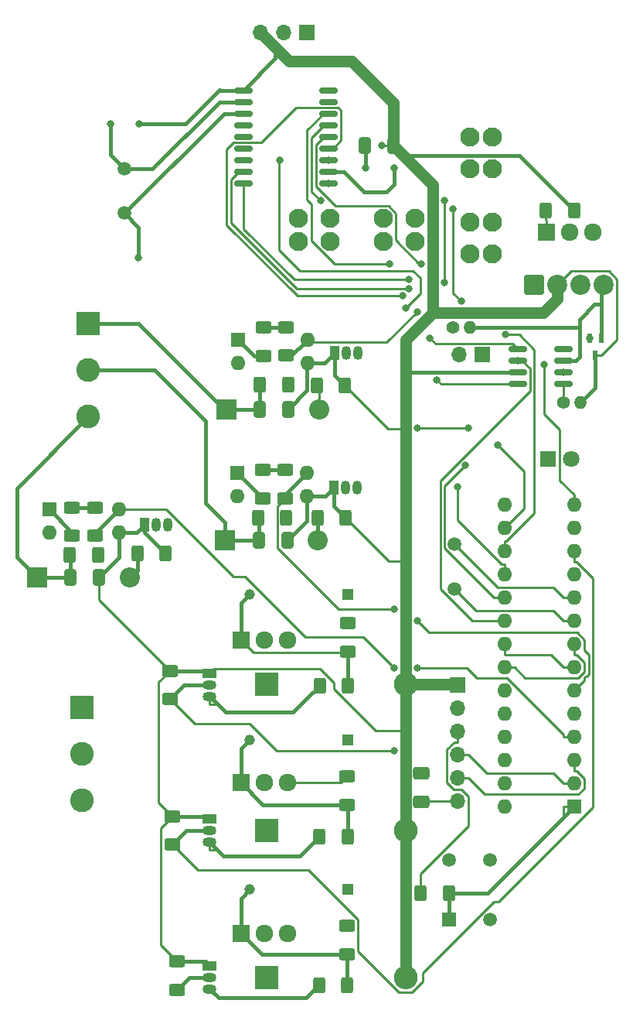
<source format=gbr>
%TF.GenerationSoftware,KiCad,Pcbnew,9.0.0*%
%TF.CreationDate,2025-03-14T13:06:40-07:00*%
%TF.ProjectId,AMS - CANBus - Dinger,414d5320-2d20-4434-914e-427573202d20,rev?*%
%TF.SameCoordinates,Original*%
%TF.FileFunction,Copper,L2,Bot*%
%TF.FilePolarity,Positive*%
%FSLAX46Y46*%
G04 Gerber Fmt 4.6, Leading zero omitted, Abs format (unit mm)*
G04 Created by KiCad (PCBNEW 9.0.0) date 2025-03-14 13:06:40*
%MOMM*%
%LPD*%
G01*
G04 APERTURE LIST*
G04 Aperture macros list*
%AMRoundRect*
0 Rectangle with rounded corners*
0 $1 Rounding radius*
0 $2 $3 $4 $5 $6 $7 $8 $9 X,Y pos of 4 corners*
0 Add a 4 corners polygon primitive as box body*
4,1,4,$2,$3,$4,$5,$6,$7,$8,$9,$2,$3,0*
0 Add four circle primitives for the rounded corners*
1,1,$1+$1,$2,$3*
1,1,$1+$1,$4,$5*
1,1,$1+$1,$6,$7*
1,1,$1+$1,$8,$9*
0 Add four rect primitives between the rounded corners*
20,1,$1+$1,$2,$3,$4,$5,0*
20,1,$1+$1,$4,$5,$6,$7,0*
20,1,$1+$1,$6,$7,$8,$9,0*
20,1,$1+$1,$8,$9,$2,$3,0*%
G04 Aperture macros list end*
%TA.AperFunction,SMDPad,CuDef*%
%ADD10RoundRect,0.250000X0.650000X-0.412500X0.650000X0.412500X-0.650000X0.412500X-0.650000X-0.412500X0*%
%TD*%
%TA.AperFunction,ComponentPad*%
%ADD11O,1.050000X1.500000*%
%TD*%
%TA.AperFunction,ComponentPad*%
%ADD12R,1.050000X1.500000*%
%TD*%
%TA.AperFunction,SMDPad,CuDef*%
%ADD13RoundRect,0.250000X-0.400000X-0.625000X0.400000X-0.625000X0.400000X0.625000X-0.400000X0.625000X0*%
%TD*%
%TA.AperFunction,SMDPad,CuDef*%
%ADD14RoundRect,0.250000X-0.625000X0.400000X-0.625000X-0.400000X0.625000X-0.400000X0.625000X0.400000X0*%
%TD*%
%TA.AperFunction,ComponentPad*%
%ADD15O,1.600000X1.600000*%
%TD*%
%TA.AperFunction,ComponentPad*%
%ADD16R,1.600000X1.600000*%
%TD*%
%TA.AperFunction,SMDPad,CuDef*%
%ADD17RoundRect,0.250000X0.625000X-0.400000X0.625000X0.400000X-0.625000X0.400000X-0.625000X-0.400000X0*%
%TD*%
%TA.AperFunction,SMDPad,CuDef*%
%ADD18RoundRect,0.250000X0.400000X0.625000X-0.400000X0.625000X-0.400000X-0.625000X0.400000X-0.625000X0*%
%TD*%
%TA.AperFunction,ComponentPad*%
%ADD19O,2.600000X2.600000*%
%TD*%
%TA.AperFunction,ComponentPad*%
%ADD20R,2.600000X2.600000*%
%TD*%
%TA.AperFunction,ComponentPad*%
%ADD21C,1.920000*%
%TD*%
%TA.AperFunction,ComponentPad*%
%ADD22R,1.920000X1.920000*%
%TD*%
%TA.AperFunction,ComponentPad*%
%ADD23O,1.500000X1.050000*%
%TD*%
%TA.AperFunction,ComponentPad*%
%ADD24R,1.500000X1.050000*%
%TD*%
%TA.AperFunction,ComponentPad*%
%ADD25C,1.150000*%
%TD*%
%TA.AperFunction,ComponentPad*%
%ADD26R,1.150000X1.150000*%
%TD*%
%TA.AperFunction,ComponentPad*%
%ADD27C,2.600000*%
%TD*%
%TA.AperFunction,ComponentPad*%
%ADD28C,1.800000*%
%TD*%
%TA.AperFunction,ComponentPad*%
%ADD29R,1.800000X1.800000*%
%TD*%
%TA.AperFunction,ComponentPad*%
%ADD30O,1.700000X1.700000*%
%TD*%
%TA.AperFunction,ComponentPad*%
%ADD31R,1.700000X1.700000*%
%TD*%
%TA.AperFunction,ComponentPad*%
%ADD32R,1.500000X1.500000*%
%TD*%
%TA.AperFunction,ComponentPad*%
%ADD33C,1.500000*%
%TD*%
%TA.AperFunction,ComponentPad*%
%ADD34C,1.400000*%
%TD*%
%TA.AperFunction,ComponentPad*%
%ADD35O,1.400000X1.400000*%
%TD*%
%TA.AperFunction,ComponentPad*%
%ADD36C,2.100000*%
%TD*%
%TA.AperFunction,ComponentPad*%
%ADD37R,2.200000X2.200000*%
%TD*%
%TA.AperFunction,ComponentPad*%
%ADD38O,2.200000X2.200000*%
%TD*%
%TA.AperFunction,ComponentPad*%
%ADD39RoundRect,0.249999X-0.850001X-0.850001X0.850001X-0.850001X0.850001X0.850001X-0.850001X0.850001X0*%
%TD*%
%TA.AperFunction,ComponentPad*%
%ADD40C,2.200000*%
%TD*%
%TA.AperFunction,SMDPad,CuDef*%
%ADD41RoundRect,0.150000X-0.825000X-0.150000X0.825000X-0.150000X0.825000X0.150000X-0.825000X0.150000X0*%
%TD*%
%TA.AperFunction,SMDPad,CuDef*%
%ADD42RoundRect,0.250000X-0.412500X-0.650000X0.412500X-0.650000X0.412500X0.650000X-0.412500X0.650000X0*%
%TD*%
%TA.AperFunction,SMDPad,CuDef*%
%ADD43R,0.550000X1.000000*%
%TD*%
%TA.AperFunction,SMDPad,CuDef*%
%ADD44RoundRect,0.150000X-0.875000X-0.150000X0.875000X-0.150000X0.875000X0.150000X-0.875000X0.150000X0*%
%TD*%
%TA.AperFunction,ViaPad*%
%ADD45C,0.800000*%
%TD*%
%TA.AperFunction,Conductor*%
%ADD46C,0.250000*%
%TD*%
%TA.AperFunction,Conductor*%
%ADD47C,0.381000*%
%TD*%
%TA.AperFunction,Conductor*%
%ADD48C,1.270000*%
%TD*%
G04 APERTURE END LIST*
D10*
%TO.P,C2,1*%
%TO.N,Net-(J1-Pin_6)*%
X119224200Y-122835600D03*
%TO.P,C2,2*%
%TO.N,/RESET*%
X119224200Y-119710600D03*
%TD*%
D11*
%TO.P,Q2,3,D*%
%TO.N,Net-(Q2-D)*%
X112262600Y-73695900D03*
%TO.P,Q2,2,G*%
%TO.N,Net-(D3-A)*%
X110992600Y-73695900D03*
D12*
%TO.P,Q2,1,S*%
%TO.N,GND*%
X109722600Y-73695900D03*
%TD*%
D13*
%TO.P,R5,2*%
%TO.N,Net-(D3-A)*%
X104614200Y-77194500D03*
%TO.P,R5,1*%
%TO.N,/Input/Input*%
X101514200Y-77194500D03*
%TD*%
D14*
%TO.P,R7,2*%
%TO.N,Net-(R7-Pad2)*%
X101934000Y-74027800D03*
%TO.P,R7,1*%
%TO.N,+5V*%
X101934000Y-70927800D03*
%TD*%
D15*
%TO.P,U3,4*%
%TO.N,Input1*%
X106744000Y-72257800D03*
%TO.P,U3,3*%
%TO.N,GND*%
X106744000Y-74797800D03*
%TO.P,U3,2*%
%TO.N,Net-(Q2-D)*%
X99124000Y-74797800D03*
D16*
%TO.P,U3,1*%
%TO.N,Net-(R7-Pad2)*%
X99124000Y-72257800D03*
%TD*%
D14*
%TO.P,R8,2*%
%TO.N,Input1*%
X104342100Y-74011800D03*
%TO.P,R8,1*%
%TO.N,+5V*%
X104342100Y-70911800D03*
%TD*%
%TO.P,R21,2*%
%TO.N,Net-(Q8-Pad1)*%
X111098300Y-123154900D03*
%TO.P,R21,1*%
%TO.N,+VSW*%
X111098300Y-120054900D03*
%TD*%
D17*
%TO.P,R20,2*%
%TO.N,GND*%
X91944200Y-124419200D03*
%TO.P,R20,1*%
%TO.N,Output2*%
X91944200Y-127519200D03*
%TD*%
D18*
%TO.P,R22,2*%
%TO.N,Net-(Q7-D)*%
X108028500Y-126620800D03*
%TO.P,R22,1*%
%TO.N,Net-(Q8-Pad1)*%
X111128500Y-126620800D03*
%TD*%
D14*
%TO.P,R24,2*%
%TO.N,Net-(Q10-Pad1)*%
X111065100Y-139473400D03*
%TO.P,R24,1*%
%TO.N,+VSW*%
X111065100Y-136373400D03*
%TD*%
%TO.P,R10,2*%
%TO.N,Net-(Q4-Pad1)*%
X111120800Y-106373800D03*
%TO.P,R10,1*%
%TO.N,+VSW*%
X111120800Y-103273800D03*
%TD*%
D17*
%TO.P,R9,2*%
%TO.N,GND*%
X91639700Y-108483200D03*
%TO.P,R9,1*%
%TO.N,Output1*%
X91639700Y-111583200D03*
%TD*%
D19*
%TO.P,D7,2,A*%
%TO.N,GND*%
X117478700Y-125940800D03*
D20*
%TO.P,D7,1,K*%
%TO.N,/Output1/Output*%
X102238700Y-125940800D03*
%TD*%
D21*
%TO.P,Q10,3*%
%TO.N,+VSW*%
X104526400Y-137192300D03*
%TO.P,Q10,2*%
%TO.N,/Output2/Output*%
X101986400Y-137192300D03*
D22*
%TO.P,Q10,1*%
%TO.N,Net-(Q10-Pad1)*%
X99446400Y-137192300D03*
%TD*%
D23*
%TO.P,Q3,3,D*%
%TO.N,Net-(Q3-D)*%
X96016800Y-111296400D03*
%TO.P,Q3,2,G*%
%TO.N,Output1*%
X96016800Y-110026400D03*
D24*
%TO.P,Q3,1,S*%
%TO.N,GND*%
X96016800Y-108756400D03*
%TD*%
D25*
%TO.P,Z3,2*%
%TO.N,Net-(Q4-Pad1)*%
X100413000Y-100109900D03*
D26*
%TO.P,Z3,1*%
%TO.N,+VSW*%
X111113000Y-100109900D03*
%TD*%
D23*
%TO.P,Q7,3,D*%
%TO.N,Net-(Q7-D)*%
X96016800Y-127270500D03*
%TO.P,Q7,2,G*%
%TO.N,Output2*%
X96016800Y-126000500D03*
D24*
%TO.P,Q7,1,S*%
%TO.N,GND*%
X96016800Y-124730500D03*
%TD*%
D21*
%TO.P,Q4,3*%
%TO.N,+VSW*%
X104526400Y-105159300D03*
%TO.P,Q4,2*%
%TO.N,/Output/Output*%
X101986400Y-105159300D03*
D22*
%TO.P,Q4,1*%
%TO.N,Net-(Q4-Pad1)*%
X99446400Y-105159300D03*
%TD*%
D19*
%TO.P,D4,2,A*%
%TO.N,GND*%
X117478700Y-109921600D03*
D20*
%TO.P,D4,1,K*%
%TO.N,/Output/Output*%
X102238700Y-109921600D03*
%TD*%
D25*
%TO.P,Z5,2*%
%TO.N,Net-(Q10-Pad1)*%
X100413000Y-132438900D03*
D26*
%TO.P,Z5,1*%
%TO.N,+VSW*%
X111113000Y-132438900D03*
%TD*%
D21*
%TO.P,Q8,3*%
%TO.N,+VSW*%
X104526400Y-120739500D03*
%TO.P,Q8,2*%
%TO.N,/Output1/Output*%
X101986400Y-120739500D03*
D22*
%TO.P,Q8,1*%
%TO.N,Net-(Q8-Pad1)*%
X99446400Y-120739500D03*
%TD*%
D23*
%TO.P,Q9,3,D*%
%TO.N,Net-(Q9-D)*%
X96016800Y-143281700D03*
%TO.P,Q9,2,G*%
%TO.N,Output3*%
X96016800Y-142011700D03*
D24*
%TO.P,Q9,1,S*%
%TO.N,GND*%
X96016800Y-140741700D03*
%TD*%
D25*
%TO.P,Z4,2*%
%TO.N,Net-(Q8-Pad1)*%
X100413000Y-116028100D03*
D26*
%TO.P,Z4,1*%
%TO.N,+VSW*%
X111113000Y-116028100D03*
%TD*%
D17*
%TO.P,R23,2*%
%TO.N,GND*%
X92449500Y-140278200D03*
%TO.P,R23,1*%
%TO.N,Output3*%
X92449500Y-143378200D03*
%TD*%
D19*
%TO.P,D8,2,A*%
%TO.N,GND*%
X117478700Y-142011500D03*
D20*
%TO.P,D8,1,K*%
%TO.N,/Output2/Output*%
X102238700Y-142011500D03*
%TD*%
D18*
%TO.P,R11,2*%
%TO.N,Net-(Q3-D)*%
X108068400Y-110112000D03*
%TO.P,R11,1*%
%TO.N,Net-(Q4-Pad1)*%
X111168400Y-110112000D03*
%TD*%
%TO.P,R25,2*%
%TO.N,Net-(Q9-D)*%
X107980100Y-142894000D03*
%TO.P,R25,1*%
%TO.N,Net-(Q10-Pad1)*%
X111080100Y-142894000D03*
%TD*%
D27*
%TO.P,Z1,3,Pin_3*%
%TO.N,/Output2/Output*%
X82028100Y-122675400D03*
%TO.P,Z1,2,Pin_2*%
%TO.N,/Output1/Output*%
X82028100Y-117595400D03*
D20*
%TO.P,Z1,1,Pin_1*%
%TO.N,/Output/Output*%
X82028100Y-112515400D03*
%TD*%
D28*
%TO.P,D1,2,A*%
%TO.N,LED*%
X135616800Y-85343700D03*
D29*
%TO.P,D1,1,K*%
%TO.N,Net-(D1-K)*%
X133076800Y-85343700D03*
%TD*%
D15*
%TO.P,U2,28,PC5*%
%TO.N,unconnected-(U2-PC5-Pad28)*%
X128302100Y-123377100D03*
%TO.P,U2,27,PC4*%
%TO.N,unconnected-(U2-PC4-Pad27)*%
X128302100Y-120837100D03*
%TO.P,U2,26,PC3*%
%TO.N,unconnected-(U2-PC3-Pad26)*%
X128302100Y-118297100D03*
%TO.P,U2,25,PC2*%
%TO.N,unconnected-(U2-PC2-Pad25)*%
X128302100Y-115757100D03*
%TO.P,U2,24,PC1*%
%TO.N,unconnected-(U2-PC1-Pad24)*%
X128302100Y-113217100D03*
%TO.P,U2,23,PC0*%
%TO.N,unconnected-(U2-PC0-Pad23)*%
X128302100Y-110677100D03*
%TO.P,U2,22,GND*%
%TO.N,GND*%
X128302100Y-108137100D03*
%TO.P,U2,21,AREF*%
%TO.N,+5V*%
X128302100Y-105597100D03*
%TO.P,U2,20,AVCC*%
X128302100Y-103057100D03*
%TO.P,U2,19,PB5*%
%TO.N,SCK*%
X128302100Y-100517100D03*
%TO.P,U2,18,PB4*%
%TO.N,MISO*%
X128302100Y-97977100D03*
%TO.P,U2,17,PB3*%
%TO.N,MOSI*%
X128302100Y-95437100D03*
%TO.P,U2,16,PB2*%
%TO.N,D10*%
X128302100Y-92897100D03*
%TO.P,U2,15,PB1*%
%TO.N,Output3*%
X128302100Y-90357100D03*
%TO.P,U2,14,PB0*%
%TO.N,D8*%
X135922100Y-90357100D03*
%TO.P,U2,13,PD7*%
%TO.N,LED*%
X135922100Y-92897100D03*
%TO.P,U2,12,PD6*%
%TO.N,Output2*%
X135922100Y-95437100D03*
%TO.P,U2,11,PD5*%
%TO.N,Output1*%
X135922100Y-97977100D03*
%TO.P,U2,10,XTAL2/PB7*%
%TO.N,Net-(U2-XTAL2{slash}PB7)*%
X135922100Y-100517100D03*
%TO.P,U2,9,XTAL1/PB6*%
%TO.N,Net-(U2-XTAL1{slash}PB6)*%
X135922100Y-103057100D03*
%TO.P,U2,8,GND*%
%TO.N,GND*%
X135922100Y-105597100D03*
%TO.P,U2,7,VCC*%
%TO.N,+5V*%
X135922100Y-108137100D03*
%TO.P,U2,6,PD4*%
%TO.N,Input2*%
X135922100Y-110677100D03*
%TO.P,U2,5,PD3*%
%TO.N,Input1*%
X135922100Y-113217100D03*
%TO.P,U2,4,PD2*%
%TO.N,Input3*%
X135922100Y-115757100D03*
%TO.P,U2,3,PD1*%
%TO.N,TXttl*%
X135922100Y-118297100D03*
%TO.P,U2,2,PD0*%
%TO.N,RXttl*%
X135922100Y-120837100D03*
D16*
%TO.P,U2,1,~{RESET}/PC6*%
%TO.N,Reset*%
X135922100Y-123377100D03*
%TD*%
D30*
%TO.P,J1,6,Pin_6*%
%TO.N,Net-(J1-Pin_6)*%
X123166800Y-122722100D03*
%TO.P,J1,5,Pin_5*%
%TO.N,TXttl*%
X123166800Y-120182100D03*
%TO.P,J1,4,Pin_4*%
%TO.N,RXttl*%
X123166800Y-117642100D03*
%TO.P,J1,3,Pin_3*%
%TO.N,+5V*%
X123166800Y-115102100D03*
%TO.P,J1,2,Pin_2*%
%TO.N,unconnected-(J1-Pin_2-Pad2)*%
X123166800Y-112562100D03*
D31*
%TO.P,J1,1,Pin_1*%
%TO.N,GND*%
X123166800Y-110022100D03*
%TD*%
D13*
%TO.P,R2,1*%
%TO.N,+5V*%
X119127900Y-132792200D03*
%TO.P,R2,2*%
%TO.N,Reset*%
X122227900Y-132792200D03*
%TD*%
D32*
%TO.P,S1,1,NO_1*%
%TO.N,Reset*%
X122260500Y-135705900D03*
D33*
%TO.P,S1,2,NO_2*%
%TO.N,unconnected-(S1-NO_2-Pad2)*%
X122260500Y-129205900D03*
%TO.P,S1,3,COM_1*%
%TO.N,GND*%
X126760500Y-135705900D03*
%TO.P,S1,4,COM_2*%
%TO.N,unconnected-(S1-COM_2-Pad4)*%
X126760500Y-129205900D03*
%TD*%
%TO.P,Y1,2,2*%
%TO.N,Net-(U2-XTAL2{slash}PB7)*%
X122840900Y-94664800D03*
%TO.P,Y1,1,1*%
%TO.N,Net-(U2-XTAL1{slash}PB6)*%
X122840900Y-99544800D03*
%TD*%
D34*
%TO.P,R28,1*%
%TO.N,Net-(J2-Pin_2)*%
X122646400Y-70894900D03*
D35*
%TO.P,R28,2*%
%TO.N,CANBUS_L*%
X124546400Y-70894900D03*
%TD*%
D34*
%TO.P,R27,1*%
%TO.N,Net-(U7-Rs)*%
X134770000Y-79113500D03*
D35*
%TO.P,R27,2*%
%TO.N,GND*%
X136670000Y-79113500D03*
%TD*%
D36*
%TO.P,U8,1,1*%
%TO.N,+VSW*%
X105720100Y-61525300D03*
%TO.P,U8,2,2*%
X109220100Y-61525300D03*
%TO.P,U8,3,3*%
%TO.N,Net-(Q1-Pad3)*%
X115020100Y-61525300D03*
%TO.P,U8,4,4*%
X118520100Y-61525300D03*
%TO.P,U8,5,5*%
X118520100Y-59025300D03*
%TO.P,U8,6,6*%
X115020100Y-59025300D03*
%TO.P,U8,7,7*%
%TO.N,+VSW*%
X109220100Y-59025300D03*
%TO.P,U8,8,8*%
X105720100Y-59025300D03*
%TD*%
D16*
%TO.P,U4,1*%
%TO.N,Net-(R14-Pad2)*%
X99040300Y-86836700D03*
D15*
%TO.P,U4,2*%
%TO.N,Net-(Q5-D)*%
X99040300Y-89376700D03*
%TO.P,U4,3*%
%TO.N,GND*%
X106660300Y-89376700D03*
%TO.P,U4,4*%
%TO.N,Input2*%
X106660300Y-86836700D03*
%TD*%
D36*
%TO.P,U1,1,1*%
%TO.N,+VDC*%
X124481900Y-50115500D03*
%TO.P,U1,2,2*%
X124481900Y-53615500D03*
%TO.P,U1,3,3*%
%TO.N,Net-(Q1-Pad3)*%
X124481900Y-59415500D03*
%TO.P,U1,4,4*%
X124481900Y-62915500D03*
%TO.P,U1,5,5*%
X126981900Y-62915500D03*
%TO.P,U1,6,6*%
X126981900Y-59415500D03*
%TO.P,U1,7,7*%
%TO.N,+VDC*%
X126981900Y-53615500D03*
%TO.P,U1,8,8*%
X126981900Y-50115500D03*
%TD*%
D12*
%TO.P,Q6,1,S*%
%TO.N,GND*%
X88895700Y-92502700D03*
D11*
%TO.P,Q6,2,G*%
%TO.N,Net-(D6-A)*%
X90165700Y-92502700D03*
%TO.P,Q6,3,D*%
%TO.N,Net-(Q6-D)*%
X91435700Y-92502700D03*
%TD*%
D20*
%TO.P,Z2,1,Pin_1*%
%TO.N,/Input/Input*%
X82709700Y-70523000D03*
D27*
%TO.P,Z2,2,Pin_2*%
%TO.N,/Input1/Input*%
X82709700Y-75603000D03*
%TO.P,Z2,3,Pin_3*%
%TO.N,/Input2/Input*%
X82709700Y-80683000D03*
%TD*%
D12*
%TO.P,Q5,1,S*%
%TO.N,GND*%
X109609800Y-88471700D03*
D11*
%TO.P,Q5,2,G*%
%TO.N,Net-(D5-A)*%
X110879800Y-88471700D03*
%TO.P,Q5,3,D*%
%TO.N,Net-(Q5-D)*%
X112149800Y-88471700D03*
%TD*%
D37*
%TO.P,D5,1,K*%
%TO.N,/Input1/Input*%
X97706700Y-94202000D03*
D38*
%TO.P,D5,2,A*%
%TO.N,Net-(D5-A)*%
X107866700Y-94202000D03*
%TD*%
D31*
%TO.P,Powerboard1,1,Pin_1*%
%TO.N,+VDC*%
X106618600Y-38633600D03*
D30*
%TO.P,Powerboard1,2,Pin_2*%
%TO.N,+5V*%
X104078600Y-38633600D03*
%TO.P,Powerboard1,3,Pin_3*%
%TO.N,GND*%
X101538600Y-38633600D03*
%TD*%
D16*
%TO.P,U5,1*%
%TO.N,Net-(R18-Pad2)*%
X78424200Y-90867700D03*
D15*
%TO.P,U5,2*%
%TO.N,Net-(Q6-D)*%
X78424200Y-93407700D03*
%TO.P,U5,3*%
%TO.N,GND*%
X86044200Y-93407700D03*
%TO.P,U5,4*%
%TO.N,Input3*%
X86044200Y-90867700D03*
%TD*%
D33*
%TO.P,Y2,1,1*%
%TO.N,Net-(U6-OSC1)*%
X86660300Y-53551100D03*
%TO.P,Y2,2,2*%
%TO.N,Net-(U6-OSC2)*%
X86660300Y-58431100D03*
%TD*%
D31*
%TO.P,J2,1,Pin_1*%
%TO.N,CANBUS_H*%
X125907100Y-73924000D03*
D30*
%TO.P,J2,2,Pin_2*%
%TO.N,Net-(J2-Pin_2)*%
X123367100Y-73924000D03*
%TD*%
D37*
%TO.P,D3,1,K*%
%TO.N,/Input/Input*%
X97844000Y-79900400D03*
D38*
%TO.P,D3,2,A*%
%TO.N,Net-(D3-A)*%
X108004000Y-79900400D03*
%TD*%
D39*
%TO.P,J3,1,Pin_1*%
%TO.N,Net-(J3-Pin_1)*%
X131552400Y-66242100D03*
D40*
%TO.P,J3,2,Pin_2*%
%TO.N,GND*%
X134092400Y-66242100D03*
%TO.P,J3,3,Pin_3*%
%TO.N,CANBUS_H*%
X136632400Y-66242100D03*
%TO.P,J3,4,Pin_4*%
%TO.N,CANBUS_L*%
X139172400Y-66242100D03*
%TD*%
D22*
%TO.P,Q1,1*%
%TO.N,Net-(Q1-Pad1)*%
X132877100Y-60498400D03*
D21*
%TO.P,Q1,2*%
%TO.N,Net-(J3-Pin_1)*%
X135417100Y-60498400D03*
%TO.P,Q1,3*%
%TO.N,Net-(Q1-Pad3)*%
X137957100Y-60498400D03*
%TD*%
D37*
%TO.P,D6,1,K*%
%TO.N,/Input2/Input*%
X77144200Y-98300100D03*
D38*
%TO.P,D6,2,A*%
%TO.N,Net-(D6-A)*%
X87304200Y-98300100D03*
%TD*%
D13*
%TO.P,R12,1*%
%TO.N,/Input1/Input*%
X101300300Y-91720800D03*
%TO.P,R12,2*%
%TO.N,Net-(D5-A)*%
X104400300Y-91720800D03*
%TD*%
D14*
%TO.P,R15,1*%
%TO.N,+5V*%
X104277500Y-86523600D03*
%TO.P,R15,2*%
%TO.N,Input2*%
X104277500Y-89623600D03*
%TD*%
D41*
%TO.P,U7,1,TXD*%
%TO.N,/CANBUS-MCP2515/TXtoCANTC*%
X129795000Y-77119700D03*
%TO.P,U7,2,VSS*%
%TO.N,GND*%
X129795000Y-75849700D03*
%TO.P,U7,3,VDD*%
%TO.N,+5V*%
X129795000Y-74579700D03*
%TO.P,U7,4,RXD*%
%TO.N,/CANBUS-MCP2515/RXtoCANTC*%
X129795000Y-73309700D03*
%TO.P,U7,5,Vref*%
%TO.N,unconnected-(U7-Vref-Pad5)*%
X134745000Y-73309700D03*
%TO.P,U7,6,CANL*%
%TO.N,CANBUS_L*%
X134745000Y-74579700D03*
%TO.P,U7,7,CANH*%
%TO.N,CANBUS_H*%
X134745000Y-75849700D03*
%TO.P,U7,8,Rs*%
%TO.N,Net-(U7-Rs)*%
X134745000Y-77119700D03*
%TD*%
D13*
%TO.P,R13,1*%
%TO.N,Net-(D5-A)*%
X107823000Y-91791000D03*
%TO.P,R13,2*%
%TO.N,GND*%
X110923000Y-91791000D03*
%TD*%
D42*
%TO.P,C14,1*%
%TO.N,+5V*%
X113048400Y-51062500D03*
%TO.P,C14,2*%
%TO.N,GND*%
X116173400Y-51062500D03*
%TD*%
D13*
%TO.P,R1,1*%
%TO.N,Net-(Q1-Pad1)*%
X132819100Y-58148500D03*
%TO.P,R1,2*%
%TO.N,GND*%
X135919100Y-58148500D03*
%TD*%
D43*
%TO.P,D9,1,CATHODE_1*%
%TO.N,CANBUS_H*%
X137623800Y-72096200D03*
%TO.P,D9,2,CATHODE_2*%
%TO.N,CANBUS_L*%
X138923800Y-72096200D03*
%TO.P,D9,3,COMMON_ANODE*%
%TO.N,GND*%
X138273800Y-73996200D03*
%TD*%
D42*
%TO.P,C10,1*%
%TO.N,/Input2/Input*%
X80733100Y-98242000D03*
%TO.P,C10,2*%
%TO.N,GND*%
X83858100Y-98242000D03*
%TD*%
D44*
%TO.P,U6,1,TXCAN*%
%TO.N,/CANBUS-MCP2515/TXtoCANTC*%
X99712200Y-55145500D03*
%TO.P,U6,2,RXCAN*%
%TO.N,/CANBUS-MCP2515/RXtoCANTC*%
X99712200Y-53875500D03*
%TO.P,U6,3,CLKOUT/SOF*%
%TO.N,unconnected-(U6-CLKOUT{slash}SOF-Pad3)*%
X99712200Y-52605500D03*
%TO.P,U6,4,~{TX0RTS}*%
%TO.N,unconnected-(U6-~{TX0RTS}-Pad4)*%
X99712200Y-51335500D03*
%TO.P,U6,5,~{TX1RTS}*%
%TO.N,unconnected-(U6-~{TX1RTS}-Pad5)*%
X99712200Y-50065500D03*
%TO.P,U6,6,~{TX2RTS}*%
%TO.N,unconnected-(U6-~{TX2RTS}-Pad6)*%
X99712200Y-48795500D03*
%TO.P,U6,7,OSC2*%
%TO.N,Net-(U6-OSC2)*%
X99712200Y-47525500D03*
%TO.P,U6,8,OSC1*%
%TO.N,Net-(U6-OSC1)*%
X99712200Y-46255500D03*
%TO.P,U6,9,VSS*%
%TO.N,GND*%
X99712200Y-44985500D03*
%TO.P,U6,10,~{RX1BF}*%
%TO.N,unconnected-(U6-~{RX1BF}-Pad10)*%
X109012200Y-44985500D03*
%TO.P,U6,11,~{RX0BF}*%
%TO.N,unconnected-(U6-~{RX0BF}-Pad11)*%
X109012200Y-46255500D03*
%TO.P,U6,12,~{INT}*%
%TO.N,D8*%
X109012200Y-47525500D03*
%TO.P,U6,13,SCK*%
%TO.N,SCK*%
X109012200Y-48795500D03*
%TO.P,U6,14,SI*%
%TO.N,MOSI*%
X109012200Y-50065500D03*
%TO.P,U6,15,SO*%
%TO.N,MISO*%
X109012200Y-51335500D03*
%TO.P,U6,16,~{CS}*%
%TO.N,D10*%
X109012200Y-52605500D03*
%TO.P,U6,17,~{RESET}*%
%TO.N,Net-(U6-~{RESET})*%
X109012200Y-53875500D03*
%TO.P,U6,18,VDD*%
%TO.N,+5V*%
X109012200Y-55145500D03*
%TD*%
D14*
%TO.P,R18,1*%
%TO.N,+5V*%
X80927400Y-90618100D03*
%TO.P,R18,2*%
%TO.N,Net-(R18-Pad2)*%
X80927400Y-93718100D03*
%TD*%
%TO.P,R19,1*%
%TO.N,+5V*%
X83499100Y-90618100D03*
%TO.P,R19,2*%
%TO.N,Input3*%
X83499100Y-93718100D03*
%TD*%
D42*
%TO.P,C9,1*%
%TO.N,/Input1/Input*%
X101400200Y-94197000D03*
%TO.P,C9,2*%
%TO.N,GND*%
X104525200Y-94197000D03*
%TD*%
D13*
%TO.P,R17,1*%
%TO.N,Net-(D6-A)*%
X88085500Y-95682700D03*
%TO.P,R17,2*%
%TO.N,GND*%
X91185500Y-95682700D03*
%TD*%
D14*
%TO.P,R14,1*%
%TO.N,+5V*%
X101850300Y-86520500D03*
%TO.P,R14,2*%
%TO.N,Net-(R14-Pad2)*%
X101850300Y-89620500D03*
%TD*%
D13*
%TO.P,R16,1*%
%TO.N,/Input2/Input*%
X80674200Y-95818700D03*
%TO.P,R16,2*%
%TO.N,Net-(D6-A)*%
X83774200Y-95818700D03*
%TD*%
D42*
%TO.P,C8,1*%
%TO.N,/Input/Input*%
X101520400Y-79868400D03*
%TO.P,C8,2*%
%TO.N,GND*%
X104645400Y-79868400D03*
%TD*%
D13*
%TO.P,R6,1*%
%TO.N,Net-(D3-A)*%
X107740100Y-77309300D03*
%TO.P,R6,2*%
%TO.N,GND*%
X110840100Y-77309300D03*
%TD*%
D45*
%TO.N,D10*%
X103689356Y-52605500D03*
%TO.N,MOSI*%
X119182400Y-63947700D03*
%TO.N,D10*%
X117475528Y-68837223D03*
X118804433Y-81946381D03*
X124373410Y-81933039D03*
X127528874Y-83820991D03*
%TO.N,+VSW*%
X111065000Y-136373000D03*
X111121000Y-103274000D03*
X111098000Y-120055000D03*
%TO.N,/CANBUS-MCP2515/TXtoCANTC*%
X117816600Y-65706900D03*
X120887400Y-76656500D03*
%TO.N,/CANBUS-MCP2515/RXtoCANTC*%
X117806200Y-66730800D03*
X120160600Y-72081400D03*
%TO.N,Net-(U6-~{RESET})*%
X116188000Y-53475500D03*
%TO.N,CANBUS_H*%
X137624000Y-72096200D03*
X134745000Y-75849700D03*
%TO.N,Net-(D6-A)*%
X83774200Y-95818700D03*
%TO.N,Net-(D5-A)*%
X104400000Y-91720800D03*
%TO.N,Net-(U6-OSC1)*%
X85188900Y-48693700D03*
%TO.N,Net-(U6-OSC2)*%
X88204100Y-63342200D03*
%TO.N,SCK*%
X108150400Y-57083000D03*
X121692700Y-57083000D03*
X121721800Y-66026500D03*
X124054100Y-85987600D03*
%TO.N,MISO*%
X117116000Y-67457500D03*
X123144900Y-88386000D03*
%TO.N,MOSI*%
X128451400Y-71707600D03*
%TO.N,D8*%
X115748929Y-63992400D03*
X132616500Y-75034500D03*
%TO.N,Input3*%
X116229000Y-108222800D03*
X118743600Y-108222800D03*
%TO.N,Input2*%
X116222700Y-101766200D03*
X118727300Y-103029300D03*
%TO.N,Output1*%
X116231300Y-117274100D03*
%TO.N,Input1*%
X118722600Y-69249100D03*
%TO.N,Net-(D3-A)*%
X104614000Y-77194500D03*
%TO.N,+5V*%
X101850000Y-86520500D03*
X81142800Y-90618100D03*
X101934000Y-70927800D03*
X109012000Y-55145500D03*
X129795000Y-74579700D03*
X113003000Y-51027600D03*
X113088000Y-53475500D03*
X122700800Y-57974200D03*
X123551500Y-68029700D03*
%TO.N,GND*%
X88313900Y-48693700D03*
X114862100Y-51026000D03*
%TO.N,D10*%
X109012200Y-52605500D03*
%TD*%
D46*
%TO.N,D10*%
X119102399Y-65553517D02*
X119102399Y-67210352D01*
X118267282Y-64718400D02*
X119102399Y-65553517D01*
X105936293Y-64718400D02*
X118267282Y-64718400D01*
X103646110Y-62428217D02*
X105936293Y-64718400D01*
X119102399Y-67210352D02*
X117475528Y-68837223D01*
X103689356Y-52605500D02*
X103646110Y-52648746D01*
X103646110Y-52648746D02*
X103646110Y-62428217D01*
%TO.N,/CANBUS-MCP2515/TXtoCANTC*%
X99712200Y-55145500D02*
X99712200Y-60153205D01*
X99712200Y-60153205D02*
X105265895Y-65706900D01*
X105265895Y-65706900D02*
X117816600Y-65706900D01*
%TO.N,/CANBUS-MCP2515/RXtoCANTC*%
X98339300Y-54767900D02*
X99231700Y-53875500D01*
X105594128Y-66730800D02*
X98339300Y-59475972D01*
X98339300Y-59475972D02*
X98339300Y-54767900D01*
X117806200Y-66730800D02*
X105594128Y-66730800D01*
%TO.N,MISO*%
X110407300Y-50446900D02*
X109518700Y-51335500D01*
X110407300Y-49649200D02*
X110407300Y-50446900D01*
X110408800Y-49647700D02*
X110407300Y-49649200D01*
X110408800Y-47184500D02*
X110408800Y-49647700D01*
X105462600Y-46890600D02*
X110114900Y-46890600D01*
X110114900Y-46890600D02*
X110408800Y-47184500D01*
X101652700Y-50700500D02*
X105462600Y-46890600D01*
X97887600Y-59719939D02*
X97887600Y-51447500D01*
X97887600Y-51447500D02*
X98634600Y-50700500D01*
X98634600Y-50700500D02*
X101652700Y-50700500D01*
X105625161Y-67457500D02*
X97887600Y-59719939D01*
X117116000Y-67457500D02*
X105625161Y-67457500D01*
%TO.N,D8*%
X106677900Y-56956600D02*
X106677900Y-49353300D01*
X107181200Y-57459900D02*
X106677900Y-56956600D01*
X106677900Y-49353300D02*
X108505700Y-47525500D01*
X109700900Y-63992400D02*
X107181200Y-61472700D01*
X115748929Y-63992400D02*
X109700900Y-63992400D01*
X107181200Y-61472700D02*
X107181200Y-57459900D01*
%TO.N,D10*%
X118817775Y-81933039D02*
X118804433Y-81946381D01*
X124373410Y-81933039D02*
X118817775Y-81933039D01*
X130423026Y-86715143D02*
X127528874Y-83820991D01*
X130423026Y-90776174D02*
X130423026Y-89206463D01*
X130423026Y-89206463D02*
X130423026Y-86715143D01*
X128302100Y-92897100D02*
X130423026Y-90776174D01*
%TO.N,+VSW*%
X110413500Y-120739500D02*
X110755800Y-120397200D01*
X104526400Y-120739500D02*
X110413500Y-120739500D01*
%TO.N,/CANBUS-MCP2515/TXtoCANTC*%
X121350600Y-77119700D02*
X120887400Y-76656500D01*
X129795000Y-77119700D02*
X121350600Y-77119700D01*
%TO.N,/CANBUS-MCP2515/RXtoCANTC*%
X120794600Y-72715400D02*
X120160600Y-72081400D01*
X129200700Y-72715400D02*
X120794600Y-72715400D01*
X129795000Y-73309700D02*
X129200700Y-72715400D01*
%TO.N,Net-(U7-Rs)*%
X134770000Y-77144700D02*
X134770000Y-79113500D01*
D47*
%TO.N,Net-(U6-~{RESET})*%
X110759000Y-53875500D02*
X109012200Y-53875500D01*
X112960000Y-56077100D02*
X110759000Y-53875500D01*
X115398000Y-56077100D02*
X112960000Y-56077100D01*
X116188000Y-55286900D02*
X115398000Y-56077100D01*
X116188000Y-53475500D02*
X116188000Y-55286900D01*
%TO.N,Net-(R18-Pad2)*%
X80927400Y-93370900D02*
X78424200Y-90867700D01*
%TO.N,Net-(R14-Pad2)*%
X101824000Y-89620500D02*
X99040300Y-86836700D01*
%TO.N,Net-(R7-Pad2)*%
X100894000Y-74027800D02*
X99124000Y-72257800D01*
X101934000Y-74027800D02*
X100894000Y-74027800D01*
%TO.N,Net-(Q7-D)*%
X96764600Y-128018000D02*
X96016800Y-127270000D01*
D46*
X96660400Y-128122200D02*
X96016800Y-128122200D01*
X96764600Y-128018000D02*
X96660400Y-128122200D01*
X96016800Y-127270500D02*
X96016800Y-128122200D01*
D47*
X108029000Y-126621000D02*
X106956000Y-127693500D01*
X97512400Y-128766000D02*
X96764600Y-128018000D01*
X105883000Y-128766000D02*
X97512400Y-128766000D01*
X106956000Y-127693500D02*
X105883000Y-128766000D01*
D46*
X106956000Y-127693500D02*
X108028500Y-126621000D01*
D47*
%TO.N,Net-(Q4-Pad1)*%
X111168000Y-110112000D02*
X111168000Y-106421000D01*
X99446400Y-101077000D02*
X100413000Y-100110000D01*
X99446400Y-105159000D02*
X99446400Y-101077000D01*
D46*
X100784500Y-106497400D02*
X110997200Y-106497400D01*
X99446400Y-105159300D02*
X100784500Y-106497400D01*
D47*
%TO.N,Net-(Q3-D)*%
X96884300Y-112163500D02*
X96016800Y-111296000D01*
D46*
X96868500Y-112148100D02*
X96016800Y-112148100D01*
X96883900Y-112163500D02*
X96868500Y-112148100D01*
X96884300Y-112163500D02*
X96883900Y-112163500D01*
X96016800Y-111296400D02*
X96016800Y-112148100D01*
D47*
X108068000Y-110112000D02*
X106608500Y-111571500D01*
X97751700Y-113031000D02*
X96884300Y-112163500D01*
X105149000Y-113031000D02*
X97751700Y-113031000D01*
X106608500Y-111571500D02*
X105149000Y-113031000D01*
D46*
X106608900Y-111571500D02*
X108068400Y-110112000D01*
X106608500Y-111571500D02*
X106608900Y-111571500D01*
%TO.N,Net-(Q1-Pad1)*%
X132819100Y-59153700D02*
X132819100Y-58148500D01*
X132877100Y-59211700D02*
X132819100Y-59153700D01*
X132877100Y-60498400D02*
X132877100Y-59211700D01*
D47*
%TO.N,Net-(D6-A)*%
X88085500Y-97518800D02*
X87304200Y-98300100D01*
X88085500Y-95682700D02*
X88085500Y-97518800D01*
%TO.N,Net-(D5-A)*%
X107867000Y-94202000D02*
X107867000Y-93277200D01*
X107867000Y-93277200D02*
X107867000Y-91834700D01*
%TO.N,Net-(U6-OSC1)*%
X97052100Y-46255500D02*
X99712200Y-46255500D01*
X89756500Y-53551100D02*
X97052100Y-46255500D01*
X86660300Y-53551100D02*
X89756500Y-53551100D01*
X85188900Y-52079600D02*
X86660300Y-53551100D01*
X85188900Y-48693700D02*
X85188900Y-52079600D01*
%TO.N,Net-(U6-OSC2)*%
X88204100Y-59974900D02*
X86660300Y-58431100D01*
X88204100Y-63342200D02*
X88204100Y-59974900D01*
X97565900Y-47525500D02*
X99712200Y-47525500D01*
X86660300Y-58431100D02*
X97565900Y-47525500D01*
D46*
%TO.N,Net-(U2-XTAL2{slash}PB7)*%
X135922100Y-100517100D02*
X134795400Y-100517100D01*
X127565000Y-99388900D02*
X122840900Y-94664800D01*
X133667200Y-99388900D02*
X127565000Y-99388900D01*
X134795400Y-100517100D02*
X133667200Y-99388900D01*
%TO.N,Net-(U2-XTAL1{slash}PB6)*%
X135922100Y-103057100D02*
X134795400Y-103057100D01*
X125225000Y-101928900D02*
X122840900Y-99544800D01*
X133667200Y-101928900D02*
X125225000Y-101928900D01*
X134795400Y-103057100D02*
X133667200Y-101928900D01*
%TO.N,Net-(J1-Pin_6)*%
X123166800Y-122722100D02*
X119337700Y-122722100D01*
%TO.N,SCK*%
X121717000Y-88324700D02*
X124054100Y-85987600D01*
X121717000Y-95063800D02*
X121717000Y-88324700D01*
X127170300Y-100517100D02*
X121717000Y-95063800D01*
X128302100Y-100517100D02*
X127170300Y-100517100D01*
X121721800Y-57112100D02*
X121692700Y-57083000D01*
X121721800Y-66026500D02*
X121721800Y-57112100D01*
X107159400Y-56092000D02*
X108150400Y-57083000D01*
X107159400Y-50163100D02*
X107159400Y-56092000D01*
X108527000Y-48795500D02*
X107159400Y-50163100D01*
%TO.N,MISO*%
X128302100Y-97977100D02*
X128302100Y-96850400D01*
X123144900Y-91974900D02*
X123144900Y-88386000D01*
X128020400Y-96850400D02*
X123144900Y-91974900D01*
X128302100Y-96850400D02*
X128020400Y-96850400D01*
%TO.N,MOSI*%
X128302100Y-95437100D02*
X128302100Y-94310400D01*
X129920200Y-71707600D02*
X128451400Y-71707600D01*
X131567100Y-73354500D02*
X129920200Y-71707600D01*
X131567100Y-91263000D02*
X131567100Y-73354500D01*
X128519700Y-94310400D02*
X131567100Y-91263000D01*
X128302100Y-94310400D02*
X128519700Y-94310400D01*
%TO.N,D8*%
X134346700Y-87655000D02*
X135922100Y-89230400D01*
X134346700Y-82128000D02*
X134346700Y-87655000D01*
X132616500Y-80397800D02*
X134346700Y-82128000D01*
X132616500Y-75034500D02*
X132616500Y-80397800D01*
X135922100Y-90357100D02*
X135922100Y-89230400D01*
%TO.N,Reset*%
X135922100Y-123377100D02*
X134795400Y-123377100D01*
D47*
X135922000Y-123377000D02*
X134795400Y-124503600D01*
D46*
X134795400Y-124503600D02*
X134795400Y-123377100D01*
D47*
X126507000Y-132792000D02*
X122228100Y-132792000D01*
X134795400Y-124503600D02*
X126507000Y-132792000D01*
X122261000Y-132825000D02*
X122261000Y-135705900D01*
%TO.N,Net-(Q10-Pad1)*%
X111080000Y-142894000D02*
X111080000Y-141191000D01*
D46*
X111080100Y-141191100D02*
X111080100Y-142894000D01*
X111080000Y-141191000D02*
X111080100Y-141191100D01*
D47*
X99446400Y-133406000D02*
X100413000Y-132439000D01*
X99446400Y-137192000D02*
X99446400Y-133406000D01*
X111080000Y-141191000D02*
X111080000Y-139488000D01*
X101727000Y-139473000D02*
X99446400Y-137192000D01*
X111065000Y-139473000D02*
X101727000Y-139473000D01*
%TO.N,Net-(Q9-D)*%
X107980000Y-142894000D02*
X107290000Y-143584000D01*
X97008800Y-144274000D02*
X96016800Y-143282000D01*
X106600000Y-144274000D02*
X97008800Y-144274000D01*
X107290000Y-143584000D02*
X106600000Y-144274000D01*
D46*
X107290100Y-143584000D02*
X107980100Y-142894000D01*
X107290000Y-143584000D02*
X107290100Y-143584000D01*
D47*
%TO.N,Output3*%
X93815900Y-142012000D02*
X96016800Y-142012000D01*
X92449500Y-143378000D02*
X93815900Y-142012000D01*
%TO.N,Net-(Q8-Pad1)*%
X99446400Y-116995000D02*
X99929700Y-116511500D01*
X99446400Y-120739500D02*
X99446400Y-116995000D01*
X99929700Y-116511500D02*
X100413000Y-116028000D01*
D46*
X99929700Y-116511500D02*
X100413000Y-116028200D01*
D47*
X101862000Y-123155000D02*
X99446400Y-120740000D01*
X109938800Y-123155000D02*
X101862000Y-123155000D01*
D46*
X109938800Y-123155000D02*
X111098200Y-123155000D01*
D47*
X111098000Y-123155000D02*
X109938800Y-123155000D01*
X111129000Y-126620800D02*
X111129000Y-123185000D01*
%TO.N,Output2*%
X93462900Y-126000000D02*
X96016800Y-126000000D01*
X91944200Y-127519000D02*
X93462900Y-126000000D01*
D46*
X135922100Y-95437100D02*
X135922100Y-96563800D01*
X136200800Y-96563800D02*
X135922100Y-96563800D01*
X137976500Y-98339500D02*
X136200800Y-96563800D01*
X137976500Y-123405200D02*
X137976500Y-98339500D01*
X127615200Y-133766500D02*
X137976500Y-123405200D01*
X127146200Y-133766500D02*
X127615200Y-133766500D01*
X119387400Y-141525300D02*
X127146200Y-133766500D01*
X119387400Y-142440000D02*
X119387400Y-141525300D01*
X118185200Y-143642200D02*
X119387400Y-142440000D01*
X116718600Y-143642200D02*
X118185200Y-143642200D01*
X112267800Y-139191400D02*
X116718600Y-143642200D01*
X112267800Y-135734200D02*
X112267800Y-139191400D01*
X106807500Y-130273900D02*
X112267800Y-135734200D01*
X94698900Y-130273900D02*
X106807500Y-130273900D01*
X91944200Y-127519200D02*
X94698900Y-130273900D01*
D47*
%TO.N,Input3*%
X83499100Y-93412900D02*
X86044200Y-90867700D01*
D46*
X112830000Y-104823800D02*
X116229000Y-108222800D01*
X106481600Y-104823800D02*
X112830000Y-104823800D01*
X99868900Y-98211100D02*
X106481600Y-104823800D01*
X98608700Y-98211100D02*
X99868900Y-98211100D01*
X91265300Y-90867700D02*
X98608700Y-98211100D01*
X86044200Y-90867700D02*
X91265300Y-90867700D01*
X124186000Y-108222800D02*
X118743600Y-108222800D01*
X125260500Y-109297300D02*
X124186000Y-108222800D01*
X128617300Y-109297300D02*
X125260500Y-109297300D01*
X134795400Y-115475400D02*
X128617300Y-109297300D01*
X134795400Y-115757100D02*
X134795400Y-115475400D01*
X135922100Y-115757100D02*
X134795400Y-115757100D01*
D47*
%TO.N,Input2*%
X104277000Y-89219500D02*
X106660000Y-86836700D01*
D46*
X120025100Y-104327100D02*
X118727300Y-103029300D01*
X136266700Y-104327100D02*
X120025100Y-104327100D01*
X137067000Y-105127400D02*
X136266700Y-104327100D01*
X137067000Y-106271600D02*
X137067000Y-105127400D01*
X137524800Y-106729400D02*
X137067000Y-106271600D01*
X137524800Y-108860200D02*
X137524800Y-106729400D01*
X137299800Y-109085200D02*
X137524800Y-108860200D01*
X137214800Y-109085200D02*
X137299800Y-109085200D01*
X137074600Y-109225400D02*
X137214800Y-109085200D01*
X137074600Y-109524600D02*
X137074600Y-109225400D01*
X135922100Y-110677100D02*
X137074600Y-109524600D01*
X110156400Y-101766200D02*
X116222700Y-101766200D01*
X103413200Y-95023000D02*
X110156400Y-101766200D01*
X103413200Y-90487400D02*
X103413200Y-95023000D01*
X104277000Y-89623600D02*
X103413200Y-90487400D01*
D47*
%TO.N,Output1*%
X93196500Y-110026000D02*
X96016800Y-110026000D01*
X91639700Y-111583000D02*
X93196500Y-110026000D01*
D46*
X103372200Y-117274100D02*
X116231300Y-117274100D01*
X100397900Y-114299800D02*
X103372200Y-117274100D01*
X94356300Y-114299800D02*
X100397900Y-114299800D01*
X91639700Y-111583200D02*
X94356300Y-114299800D01*
D47*
%TO.N,Input1*%
X104990000Y-74011800D02*
X106450000Y-72551800D01*
D46*
X115419900Y-72551800D02*
X118722600Y-69249100D01*
X106450000Y-72551800D02*
X115419900Y-72551800D01*
D47*
%TO.N,CANBUS_L*%
X136476000Y-70894900D02*
X136534000Y-70837300D01*
X124546400Y-70894900D02*
X136476000Y-70894900D01*
X136534000Y-74178400D02*
X136534000Y-70837300D01*
X136132000Y-74579700D02*
X136534000Y-74178400D01*
X134745000Y-74579700D02*
X136132000Y-74579700D01*
X138175000Y-68403800D02*
X138924000Y-68403800D01*
X136534000Y-70044900D02*
X138175000Y-68403800D01*
X136534000Y-70837300D02*
X136534000Y-70044900D01*
X138924000Y-72096200D02*
X138924000Y-70250000D01*
X138924000Y-70250000D02*
X138924000Y-68403800D01*
D46*
X138923800Y-70250200D02*
X138923800Y-72096200D01*
X138924000Y-70250000D02*
X138923800Y-70250200D01*
D47*
X138924000Y-68403800D02*
X138924000Y-66490600D01*
D46*
%TO.N,TXttl*%
X136203900Y-119423800D02*
X135922100Y-119423800D01*
X137048800Y-120268700D02*
X136203900Y-119423800D01*
X137048800Y-121353000D02*
X137048800Y-120268700D01*
X136394200Y-122007600D02*
X137048800Y-121353000D01*
X126169000Y-122007600D02*
X136394200Y-122007600D01*
X124343500Y-120182100D02*
X126169000Y-122007600D01*
X123166800Y-120182100D02*
X124343500Y-120182100D01*
X135922100Y-118297100D02*
X135922100Y-119423800D01*
%TO.N,RXttl*%
X133668700Y-119710400D02*
X134795400Y-120837100D01*
X126411800Y-119710400D02*
X133668700Y-119710400D01*
X124343500Y-117642100D02*
X126411800Y-119710400D01*
X123166800Y-117642100D02*
X124343500Y-117642100D01*
X135922100Y-120837100D02*
X134795400Y-120837100D01*
%TO.N,Net-(D3-A)*%
X108004000Y-77573200D02*
X108004000Y-79900400D01*
D47*
%TO.N,+5V*%
X81142800Y-90618100D02*
X83499100Y-90618100D01*
X101934000Y-70927800D02*
X104326000Y-70927800D01*
X113088000Y-53475500D02*
X113088000Y-51102200D01*
D46*
X128302100Y-105597100D02*
X128302100Y-106723800D01*
X133382100Y-106723800D02*
X128302100Y-106723800D01*
X134795400Y-108137100D02*
X133382100Y-106723800D01*
X135922100Y-108137100D02*
X134795400Y-108137100D01*
D47*
X101850300Y-86520500D02*
X104274000Y-86520500D01*
D46*
X122799000Y-116278800D02*
X123166800Y-116278800D01*
X121990100Y-117087700D02*
X122799000Y-116278800D01*
X121990100Y-120687500D02*
X121990100Y-117087700D01*
X122754700Y-121452100D02*
X121990100Y-120687500D01*
X123618300Y-121452100D02*
X122754700Y-121452100D01*
X124383700Y-122217500D02*
X123618300Y-121452100D01*
X124383700Y-125446600D02*
X124383700Y-122217500D01*
X119127900Y-130702400D02*
X124383700Y-125446600D01*
X119127900Y-132792200D02*
X119127900Y-130702400D01*
X123166800Y-115102100D02*
X123166800Y-116278800D01*
X124784400Y-103057100D02*
X128302100Y-103057100D01*
X121265300Y-99538000D02*
X124784400Y-103057100D01*
X121265300Y-87713800D02*
X121265300Y-99538000D01*
X131115400Y-77863700D02*
X121265300Y-87713800D01*
X131115400Y-75461400D02*
X131115400Y-77863700D01*
X130233700Y-74579700D02*
X131115400Y-75461400D01*
X122700800Y-67179000D02*
X122700800Y-57974200D01*
X123551500Y-68029700D02*
X122700800Y-67179000D01*
D47*
%TO.N,/Input2/Input*%
X74886800Y-88505900D02*
X82709700Y-80683000D01*
X74886800Y-96042600D02*
X74886800Y-88505900D01*
X77144200Y-98300100D02*
X74886800Y-96042600D01*
X80733100Y-98242000D02*
X77202300Y-98242000D01*
X80733100Y-98242000D02*
X80733100Y-95877600D01*
%TO.N,/Input1/Input*%
X97706700Y-92287800D02*
X97706700Y-94202000D01*
X95552400Y-90133500D02*
X97706700Y-92287800D01*
X95552400Y-81204300D02*
X95552400Y-90133500D01*
X89951100Y-75603000D02*
X95552400Y-81204300D01*
X82709700Y-75603000D02*
X89951100Y-75603000D01*
X101400000Y-94197000D02*
X97711700Y-94197000D01*
X101400000Y-93008800D02*
X101400000Y-94197000D01*
D46*
X101400200Y-93009000D02*
X101400200Y-94197000D01*
X101400000Y-93008800D02*
X101400200Y-93009000D01*
D47*
X101400000Y-91820600D02*
X101400000Y-93008800D01*
D48*
%TO.N,GND*%
X116173000Y-46377700D02*
X116173000Y-51062500D01*
X111583000Y-41787200D02*
X116173000Y-46377700D01*
X104692000Y-41787200D02*
X111583000Y-41787200D01*
X103225000Y-40319600D02*
X104692000Y-41787200D01*
D47*
X97118800Y-44985500D02*
X99712200Y-44985500D01*
X97078300Y-44945000D02*
X97118800Y-44985500D01*
X93329600Y-48693700D02*
X97078300Y-44945000D01*
X88313900Y-48693700D02*
X93329600Y-48693700D01*
X87990700Y-93407700D02*
X88895700Y-92502700D01*
X86044200Y-93407700D02*
X87990700Y-93407700D01*
X86044200Y-96055900D02*
X83858100Y-98242000D01*
X86044200Y-93407700D02*
X86044200Y-96055900D01*
X103225000Y-41473100D02*
X103225000Y-40319600D01*
X99712200Y-44985500D02*
X103225000Y-41473100D01*
X117755000Y-75849700D02*
X117479000Y-76126500D01*
X129795000Y-75849700D02*
X117755000Y-75849700D01*
D48*
X120442000Y-55331000D02*
X116173000Y-51062500D01*
X120442000Y-69311400D02*
X120442000Y-55331000D01*
X101539000Y-38633600D02*
X103225000Y-40319600D01*
X132579000Y-69311400D02*
X120442000Y-69311400D01*
X134092000Y-67797700D02*
X132579000Y-69311400D01*
X134092000Y-66242100D02*
X134092000Y-67797700D01*
D47*
X138274000Y-73996200D02*
X138274000Y-75752900D01*
D46*
X138273800Y-75752700D02*
X138273800Y-73996200D01*
X138274000Y-75752900D02*
X138273800Y-75752700D01*
D47*
X117285000Y-52174000D02*
X116173000Y-51062500D01*
X129945000Y-52174000D02*
X117285000Y-52174000D01*
X135919000Y-58148500D02*
X129945000Y-52174000D01*
X91944400Y-124419000D02*
X95705500Y-124419000D01*
X91639900Y-108483000D02*
X95743700Y-108483000D01*
X108705000Y-89376700D02*
X109609800Y-88471900D01*
X106660300Y-89376700D02*
X108705000Y-89376700D01*
X109610000Y-90477800D02*
X110923000Y-91791000D01*
X109610000Y-88471700D02*
X109610000Y-90477800D01*
X106660000Y-92061900D02*
X106660000Y-89376700D01*
X104525100Y-94196900D02*
X106660000Y-92061900D01*
X106699000Y-77815100D02*
X106699000Y-74843100D01*
X104645200Y-79868200D02*
X106699000Y-77815100D01*
D48*
X117479000Y-109922000D02*
X123066000Y-109922000D01*
D46*
X135922100Y-105597100D02*
X135922100Y-106723800D01*
X128302100Y-108137100D02*
X129428800Y-108137100D01*
D47*
X95553300Y-140278000D02*
X96016700Y-140741800D01*
X92449500Y-140278000D02*
X95553300Y-140278000D01*
D46*
X83858100Y-100701300D02*
X83858100Y-98242000D01*
X91639800Y-108483000D02*
X83858100Y-100701300D01*
D47*
X109723000Y-76191800D02*
X109723000Y-73695900D01*
X110840000Y-77309300D02*
X109723000Y-76191800D01*
D48*
X117479000Y-72274600D02*
X117479000Y-76126500D01*
X120442000Y-69311400D02*
X117479000Y-72274600D01*
D47*
X108621000Y-74797800D02*
X106744000Y-74797800D01*
X109723000Y-73695900D02*
X108621000Y-74797800D01*
X88895700Y-93392900D02*
X91185500Y-95682700D01*
X88895700Y-92502700D02*
X88895700Y-93392900D01*
D48*
X117479000Y-125940800D02*
X117479000Y-142011000D01*
X117479000Y-109921900D02*
X117479000Y-96466100D01*
D46*
X115598100Y-96466100D02*
X110923000Y-91791000D01*
X117479000Y-96466100D02*
X115598100Y-96466100D01*
X90667000Y-138495500D02*
X92449500Y-140278000D01*
X90667000Y-125696400D02*
X90667000Y-138495500D01*
X91944200Y-124419200D02*
X90667000Y-125696400D01*
X90433500Y-109689400D02*
X91639700Y-108483200D01*
X90433500Y-122908500D02*
X90433500Y-109689400D01*
X91944200Y-124419200D02*
X90433500Y-122908500D01*
D47*
X138274000Y-77509700D02*
X136670000Y-79113500D01*
X138274000Y-75752900D02*
X138274000Y-77509700D01*
D48*
X117479000Y-96466100D02*
X117479000Y-82005800D01*
D46*
X115536600Y-82005800D02*
X110840100Y-77309300D01*
X117479000Y-82005800D02*
X115536600Y-82005800D01*
X130555500Y-109263800D02*
X129428800Y-108137100D01*
X136397500Y-109263800D02*
X130555500Y-109263800D01*
X136397500Y-109263700D02*
X136397500Y-109263800D01*
X137065100Y-108596100D02*
X136397500Y-109263700D01*
X137065100Y-107585100D02*
X137065100Y-108596100D01*
X136203800Y-106723800D02*
X137065100Y-107585100D01*
X135922100Y-106723800D02*
X136203800Y-106723800D01*
D48*
X117479000Y-109922000D02*
X117479000Y-115017500D01*
X117479000Y-115017500D02*
X117479000Y-125940800D01*
D46*
X96512900Y-108259900D02*
X96016800Y-108756000D01*
X108086300Y-108259900D02*
X96512900Y-108259900D01*
X109618400Y-109792000D02*
X108086300Y-108259900D01*
X109618400Y-110471800D02*
X109618400Y-109792000D01*
X114164100Y-115017500D02*
X109618400Y-110471800D01*
X117479000Y-115017500D02*
X114164100Y-115017500D01*
X138274000Y-73996200D02*
X138875500Y-73996200D01*
X140602000Y-72269700D02*
X138875500Y-73996200D01*
X140602000Y-65640500D02*
X140602000Y-72269700D01*
X139724700Y-64763200D02*
X140602000Y-65640500D01*
X135571300Y-64763200D02*
X139724700Y-64763200D01*
X134092400Y-66242100D02*
X135571300Y-64763200D01*
X114862100Y-51027600D02*
X114862100Y-51026000D01*
X116138100Y-51027600D02*
X114862100Y-51027600D01*
D47*
%TO.N,/Input/Input*%
X88189900Y-70523000D02*
X82709700Y-70523000D01*
X97567400Y-79900400D02*
X88189900Y-70523000D01*
X97844000Y-79900400D02*
X101488000Y-79900400D01*
X101520000Y-79868400D02*
X101520000Y-77200700D01*
D48*
%TO.N,GND*%
X117479000Y-82005800D02*
X117479000Y-76126500D01*
D46*
%TO.N,MOSI*%
X108557700Y-50065500D02*
X107649800Y-50973400D01*
X107649800Y-55520400D02*
X109778000Y-57648600D01*
X107649800Y-50973400D02*
X107649800Y-55520400D01*
X109778000Y-57648600D02*
X115590500Y-57648600D01*
X115590500Y-57648600D02*
X116396800Y-58454900D01*
X116396800Y-61395400D02*
X118949100Y-63947700D01*
X118949100Y-63947700D02*
X119182400Y-63947700D01*
X116396800Y-58454900D02*
X116396800Y-61395400D01*
%TD*%
M02*

</source>
